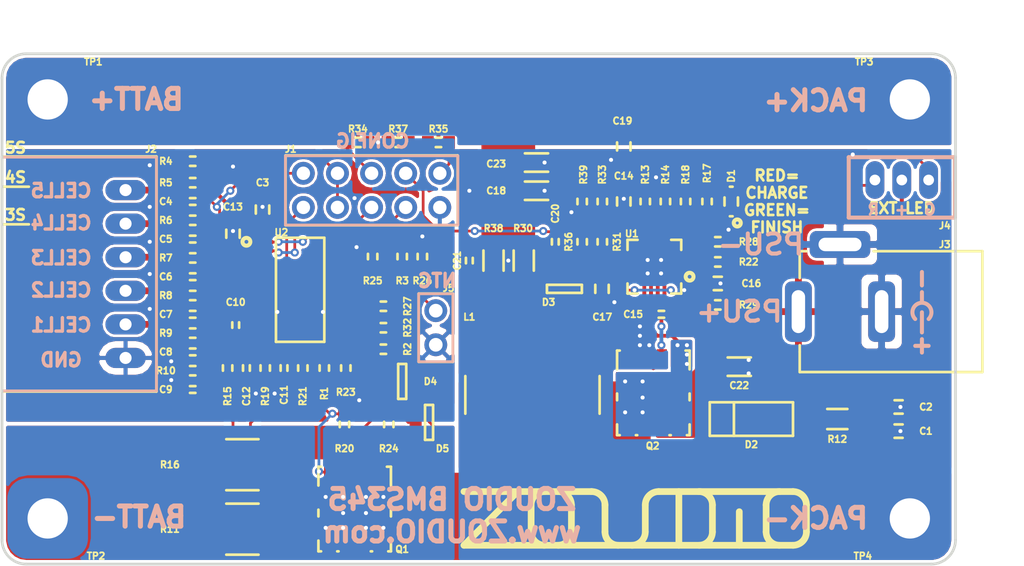
<source format=kicad_pcb>
(kicad_pcb (version 20241229) (generator "pcbnew") (generator_version "9.0")
  (layers (0 "F.Cu" signal) (2 "B.Cu" signal) (13 "F.Paste" user) (15 "B.Paste" user) (5 "F.SilkS" user) (7 "B.SilkS" user) (1 "F.Mask" user) (3 "B.Mask" user) (25 "Edge.Cuts" user))
  (net 0 "")
  (net 1 "Net-(C3-Pad1)")
  (net 2 "/AVDD")
  (net 3 "Net-(C6-Pad2)")
  (net 4 "Net-(C7-Pad2)")
  (net 5 "Net-(C9-Pad2)")
  (net 6 "GND")
  (net 7 "Net-(C10-Pad2)")
  (net 8 "Net-(C10-Pad1)")
  (net 9 "Net-(R21-Pad2)")
  (net 10 "Net-(D4-Pad2)")
  (net 11 "Net-(U2-Pad15)")
  (net 12 "Net-(R27-Pad2)")
  (net 13 "/CCFG")
  (net 14 "Net-(U2-Pad21)")
  (net 15 "Net-(R25-Pad2)")
  (net 16 "Net-(D4-Pad1)")
  (net 17 "Net-(Q1-Pad3)")
  (net 18 "/PACK+")
  (net 19 "Net-(Q1-Pad2)")
  (net 20 "Net-(Q1-Pad4)")
  (net 21 "Net-(R2-Pad2)")
  (net 22 "Net-(R1-Pad2)")
  (net 23 "Net-(J2-Pad4)")
  (net 24 "Net-(J2-Pad5)")
  (net 25 "Net-(J2-Pad3)")
  (net 26 "Net-(J2-Pad2)")
  (net 27 "Net-(R3-Pad2)")
  (net 28 "Net-(J2-Pad6)")
  (net 29 "Net-(C15-Pad2)")
  (net 30 "Net-(C17-Pad1)")
  (net 31 "Net-(C15-Pad1)")
  (net 32 "Net-(Q2-Pad3)")
  (net 33 "Net-(Q2-Pad1)")
  (net 34 "+24V")
  (net 35 "Net-(C1-Pad2)")
  (net 36 "Net-(C16-Pad1)")
  (net 37 "Net-(R22-Pad1)")
  (net 38 "/TS")
  (net 39 "/VREF")
  (net 40 "Net-(D1-Pad4)")
  (net 41 "Net-(C21-Pad1)")
  (net 42 "Net-(J1-Pad1)")
  (net 43 "Net-(J1-Pad5)")
  (net 44 "Net-(R17-Pad1)")
  (net 45 "Net-(R18-Pad1)")
  (net 46 "/VFB")
  (net 47 "/VC5")
  (net 48 "/VC4")
  (net 49 "/VC3")
  (net 50 "GNDPWR")
  (net 51 "Net-(D1-Pad2)")
  (net 52 "Net-(C22-Pad1)")
  (net 53 "Net-(R35-Pad2)")
  (net 54 "/BATT-")
  (net 55 "Net-(R33-Pad1)")
  (net 56 "Net-(J5-Pad1)")
  (footprint "RENDER:ZOUDIO25mm" (layer "F.Cu") (at 161.4 92.6)
    (property "Reference" "Logo1" (hide yes))
    (property "Value" "ZOUDIO" (hide yes))
  )
  (footprint "RENDER:R1206" (layer "F.Cu") (at 151.6 73.4 90)
    (property "Reference" "R38")
    (property "Value" "39m" (hide yes))
  )
  (footprint "RENDER:SOT-23Z" (layer "F.Cu") (at 146.8 85.45 180)
    (property "Reference" "D5")
    (property "Value" "10V" (hide yes))
  )
  (footprint "RENDER:R0603" (layer "F.Cu") (at 129.2 67.6 180)
    (property "Reference" "R5")
    (property "Value" "1K")
  )
  (footprint "RENDER:R0603" (layer "F.Cu") (at 129.2 70.4 180)
    (property "Reference" "R6")
    (property "Value" "1K")
  )
  (footprint "RENDER:TSSOP-24" (layer "F.Cu") (at 137.2 75.6)
    (property "Reference" "U2")
    (property "Value" "BQ77915" (hide yes))
  )
  (footprint "RENDER:R0603" (layer "F.Cu") (at 129.2 73.2 180)
    (property "Reference" "R7")
    (property "Value" "1K")
  )
  (footprint "RENDER:R0603" (layer "F.Cu") (at 129.2 66 180)
    (property "Reference" "R4")
    (property "Value" "1K")
  )
  (footprint "RENDER:SRN1060" (layer "F.Cu") (at 154.5 83.4 90)
    (property "Reference" "L1")
    (property "Value" "10u" (hide yes))
  )
  (footprint "RENDER:SOD-128" (layer "F.Cu") (at 170.8 85.2)
    (property "Reference" "D2")
    (property "Value" "Schottky" (hide yes))
  )
  (footprint "RENDER:C0603" (layer "F.Cu") (at 129.2 83)
    (property "Reference" "C9")
    (property "Value" "100n" (hide yes))
  )
  (footprint "RENDER:C0603" (layer "F.Cu") (at 133.2 81.4 -90)
    (property "Reference" "C12")
    (property "Value" "100n" (hide yes))
  )
  (footprint "RENDER:R0603" (layer "F.Cu") (at 129.2 81.6 180)
    (property "Reference" "R10")
    (property "Value" "1K")
  )
  (footprint "RENDER:R0603" (layer "F.Cu") (at 131.8 81.4 90)
    (property "Reference" "R15")
    (property "Value" "100R")
  )
  (footprint "RENDER:C0603" (layer "F.Cu") (at 129.2 71.8 180)
    (property "Reference" "C5")
    (property "Value" "100n" (hide yes))
  )
  (footprint "RENDER:C0603" (layer "F.Cu") (at 129.2 77.4 180)
    (property "Reference" "C7")
    (property "Value" "100n" (hide yes))
  )
  (footprint "RENDER:R0603" (layer "F.Cu") (at 140.6 81.4 90)
    (property "Reference" "R23")
    (property "Value" "1M")
  )
  (footprint "RENDER:R0603" (layer "F.Cu") (at 143.4 76.8 180)
    (property "Reference" "R27")
    (property "Value" "100k")
  )
  (footprint "RENDER:R0603" (layer "F.Cu") (at 134.6 81.4 90)
    (property "Reference" "R19")
    (property "Value" "100R")
  )
  (footprint "RENDER:R0603" (layer "F.Cu") (at 143.4 80 180)
    (property "Reference" "R2")
    (property "Value" "1M")
  )
  (footprint "RENDER:R0603" (layer "F.Cu") (at 129.2 76 180)
    (property "Reference" "R8")
    (property "Value" "1K")
  )
  (footprint "RENDER:R0603" (layer "F.Cu") (at 129.2 78.8 180)
    (property "Reference" "R9")
    (property "Value" "1K")
  )
  (footprint "RENDER:SO8FLDual" (layer "F.Cu") (at 141.26 89.15 180)
    (property "Reference" "Q1")
    (property "Value" "NMOS" (hide yes))
  )
  (footprint "RENDER:C0603" (layer "F.Cu") (at 129.2 74.6 180)
    (property "Reference" "C6")
    (property "Value" "100n" (hide yes))
  )
  (footprint "RENDER:C0603" (layer "F.Cu") (at 132.4 78.2 90)
    (property "Reference" "C10")
    (property "Value" "100n" (hide yes))
  )
  (footprint "RENDER:R2512SNS" (layer "F.Cu") (at 132.9 88.6 180)
    (property "Reference" "R16")
    (property "Value" "8m" (hide yes))
  )
  (footprint "RENDER:R0603" (layer "F.Cu") (at 146.3 73.1 -90)
    (property "Reference" "R26")
    (property "Value" "10k")
  )
  (footprint "RENDER:R0603" (layer "F.Cu") (at 143.8 85.6 90)
    (property "Reference" "R24")
    (property "Value" "3M3")
  )
  (footprint "RENDER:R0603" (layer "F.Cu") (at 137.4 81.4 90)
    (property "Reference" "R21")
    (property "Value" "10k")
  )
  (footprint "RENDER:C0603" (layer "F.Cu") (at 129.2 69 180)
    (property "Reference" "C4")
    (property "Value" "100n" (hide yes))
  )
  (footprint "RENDER:R0603" (layer "F.Cu") (at 140.5 85.6 90)
    (property "Reference" "R20")
    (property "Value" "1M")
  )
  (footprint "RENDER:R0603" (layer "F.Cu") (at 168.3 72 180)
    (property "Reference" "R28")
    (property "Value" "75K")
  )
  (footprint "RENDER:Pad_6mm" (layer "F.Cu") (at 118.4 92.6)
    (property "Reference" "TP2")
    (property "Value" "BATT-" (hide yes))
  )
  (footprint "RENDER:Pad_6mm" (layer "F.Cu") (at 118.4 61.4)
    (property "Reference" "TP1")
    (property "Value" "BATT+" (hide yes))
  )
  (footprint "RENDER:R0603" (layer "F.Cu") (at 144.8 73.1 90)
    (property "Reference" "R3")
    (property "Value" "10k")
  )
  (footprint "RENDER:R0603" (layer "F.Cu") (at 142.6 73.1 -90)
    (property "Reference" "R25")
    (property "Value" "10k")
  )
  (footprint "RENDER:JSTXH_S6B" (layer "F.Cu") (at 124.2 74.4 90)
    (property "Reference" "J2")
    (property "Value" "BATT" (hide yes))
  )
  (footprint "RENDER:SOT-23Z" (layer "F.Cu") (at 156.877228 75.504922 -90)
    (property "Reference" "D3")
    (property "Value" "Schottky" (hide yes))
  )
  (footprint "RENDER:R0603" (layer "F.Cu") (at 168.3 76.7)
    (property "Reference" "R29")
    (property "Value" "10R")
  )
  (footprint "RENDER:R0603" (layer "F.Cu") (at 159.7 72 -90)
    (property "Reference" "R31")
    (property "Value" "1M")
  )
  (footprint "RENDER:SO8FLDual" (layer "F.Cu") (at 163.5 80.5 180)
    (property "Reference" "Q2")
    (property "Value" "NMOS" (hide yes))
  )
  (footprint "RENDER:R0603" (layer "F.Cu") (at 159.7 69 -90)
    (property "Reference" "R33")
    (property "Value" "100k")
  )
  (footprint "RENDER:R0603" (layer "F.Cu") (at 162.9 69 90)
    (property "Reference" "R13")
    (property "Value" "10K")
  )
  (footprint "RENDER:R0603" (layer "F.Cu") (at 164.4 69 -90)
    (property "Reference" "R14")
    (property "Value" "10K")
  )
  (footprint "RENDER:R0603" (layer "F.Cu") (at 165.9 69 90)
    (property "Reference" "R18")
    (property "Value" "10k")
  )
  (footprint "RENDER:R0603" (layer "F.Cu") (at 168.3 73.5)
    (property "Reference" "R22")
    (property "Value" "1M")
  )
  (footprint "RENDER:C0805" (layer "F.Cu") (at 161.3 69 -90)
    (property "Reference" "C14")
    (property "Value" "1u" (hide yes))
  )
  (footprint "RENDER:C0805" (layer "F.Cu") (at 181.763069 84.3 180)
    (property "Reference" "C2")
    (property "Value" "1u" (hide yes))
  )
  (footprint "RENDER:C0805" (layer "F.Cu") (at 181.763069 86.1 180)
    (property "Reference" "C1")
    (property "Value" "1u" (hide yes))
  )
  (footprint "RENDER:R0603" (layer "F.Cu") (at 147.5 64.6 180)
    (property "Reference" "R35")
    (property "Value" "249k")
  )
  (footprint "RENDER:DC_Jack" (layer "F.Cu") (at 177.4 77.2)
    (property "Reference" "J3")
    (property "Value" "DC Jack" (hide yes))
  )
  (footprint "RENDER:R1206" (layer "F.Cu") (at 153.85 73.4 90)
    (property "Reference" "R30")
    (property "Value" "39m" (hide yes))
  )
  (footprint "RENDER:Pad_6mm" (layer "F.Cu") (at 182.6 61.4)
    (property "Reference" "TP3")
    (property "Value" "PACK+" (hide yes))
  )
  (footprint "RENDER:Pad_6mm" (layer "F.Cu") (at 182.6 92.6)
    (property "Reference" "TP4")
    (property "Value" "PACK-" (hide yes))
  )
  (footprint "RENDER:R0603" (layer "F.Cu") (at 144.5 64.6 180)
    (property "Reference" "R37")
    (property "Value" "249k")
  )
  (footprint "RENDER:C0805" (layer "F.Cu") (at 159.677228 75.504922 -90)
    (property "Reference" "C17")
    (property "Value" "1u" (hide yes))
  )
  (footprint "RENDER:R0603" (layer "F.Cu") (at 167.5 69 90)
    (property "Reference" "R17")
    (property "Value" "10k")
  )
  (footprint "RENDER:C0603" (layer "F.Cu") (at 164.1 77.4 180)
    (property "Reference" "C15")
    (property "Value" "100n" (hide yes))
  )
  (footprint "RENDER:QFN16" (layer "F.Cu") (at 163.577228 73.854922 180)
    (property "Reference" "U1")
    (property "Value" "BQ24650")
  )
  (footprint "RENDER:KingBright_KPTB" (layer "F.Cu") (at 169.3 69 -90)
    (property "Reference" "D1")
    (property "Value" "RED/GREEN" (hide yes))
  )
  (footprint "RENDER:C0603" (layer "F.Cu") (at 149.8 73.4 90)
    (property "Reference" "C21")
    (property "Value" "100n" (hide yes))
  )
  (footprint "RENDER:C1206" (layer "F.Cu") (at 169.9 81.3)
    (property "Reference" "C22")
    (property "Value" "10u" (hide yes))
  )
  (footprint "RENDER:C1206" (layer "F.Cu") (at 154.8 66.1)
    (property "Reference" "C23")
    (property "Value" "10u" (hide yes))
  )
  (footprint "RENDER:C1206" (layer "F.Cu") (at 154.8 68.2)
    (property "Reference" "C18")
    (property "Value" "10u" (hide yes))
  )
  (footprint "RENDER:JSTPH_3P" (layer "F.Cu") (at 182 67.4 180)
    (property "Reference" "J4")
    (property "Value" "EXTLED" (hide yes))
  )
  (footprint "RENDER:R0603" (layer "F.Cu") (at 158.2 69 90)
    (property "Reference" "R39")
    (property "Value" "100k")
  )
  (footprint "RENDER:C0805" (layer "F.Cu") (at 161.3 64.9 90)
    (property "Reference" "C19")
    (property "Value" "1u" (hide yes))
  )
  (footprint "RENDER:R1206" (layer "F.Cu") (at 177.2 85.2 180)
    (property "Reference" "R12")
    (property "Value" "2R" (hide yes))
  )
  (footprint "RENDER:2P_2.54mm_header" (layer "F.Cu") (at 147.3 78.4 -90)
    (property "Reference" "J5")
    (property "Value" "NTC")
  )
  (footprint "RENDER:C0603" (layer "F.Cu") (at 129.2 80.2 180)
    (property "Reference" "C8")
    (property "Value" "100n" (hide yes))
  )
  (footprint "RENDER:R0603" (layer "F.Cu") (at 139 81.4 90)
    (property "Reference" "R1")
    (property "Value" "10k")
  )
  (footprint "RENDER:C0603" (layer "F.Cu") (at 136 81.4 90)
    (property "Reference" "C11")
    (property "Value" "100n" (hide yes))
  )
  (footprint "RENDER:R0603" (layer "F.Cu") (at 143.4 78.4 180)
    (property "Reference" "R32")
    (property "Value" "1M")
  )
  (footprint "RENDER:C0805" (layer "F.Cu") (at 168.3 75.104922)
    (property "Reference" "C16")
    (property "Value" "1u" (hide yes))
  )
  (footprint "RENDER:R2512SNS" (layer "F.Cu") (at 132.9 93.4 180)
    (property "Reference" "R11")
    (property "Value" "8m" (hide yes))
  )
  (footprint "RENDER:R0603" (layer "F.Cu") (at 141.5 64.6)
    (property "Reference" "R34")
    (property "Value" "249k")
  )
  (footprint "RENDER:PinHeader_2x05_P2.54mm_Vertical" (layer "F.Cu") (at 147.6 66.9 -90)
    (property "Reference" "J1")
    (property "Value" "CONFIG")
  )
  (footprint "RENDER:C0805" (layer "F.Cu") (at 134.4 69.6 90)
    (property "Reference" "C3")
    (property "Value" "1u")
  )
  (footprint "RENDER:C0805" (layer "F.Cu") (at 132.2 71.4 90)
    (property "Reference" "C13")
    (property "Value" "1u")
  )
  (footprint "RENDER:R0603" (layer "F.Cu") (at 158.2 72 -90)
    (property "Reference" "R36")
    (property "Value" "33M")
  )
  (footprint "RENDER:C0603" (layer "F.Cu") (at 156.2 72 90)
    (property "Reference" "C20")
    (property "Value" "18p" (hide yes))
  )
  (footprint "RENDER:SOT-23Z" (layer "F.Cu") (at 144.8 82.4)
    (property "Reference" "D4")
    (property "Value" "Schottky" (hide yes))
  )
  (gr_circle (center 166.2 74.6) (end 166.1 74.7) (stroke (width 0.3)) (fill no) (layer "F.SilkS"))
  (gr_line (start 115 67.9) (end 117 67.9) (stroke (width 0.2)) (layer "F.SilkS"))
  (gr_line (start 115 70.7) (end 117 70.7) (stroke (width 0.2)) (layer "F.SilkS"))
  (gr_circle (center 133.2 72) (end 133.1 72.1) (stroke (width 0.3)) (fill no) (layer "F.SilkS"))
  (gr_circle (center 169.75 70.6) (end 169.8 70.7) (stroke (width 0.3)) (fill no) (layer "F.SilkS"))
  (gr_line (start 183.5 75.75) (end 183.5 76.5) (stroke (width 0.3)) (layer "B.SilkS"))
  (gr_line (start 183.5 80.25) (end 183.5 79.25) (stroke (width 0.3)) (layer "B.SilkS"))
  (gr_line (start 184 79.75) (end 183 79.75) (stroke (width 0.3)) (layer "B.SilkS"))
  (gr_line (start 148.95 70.75) (end 136.1 70.75) (stroke (width 0.2)) (layer "B.SilkS"))
  (gr_line (start 136.1 65.6) (end 148.95 65.6) (stroke (width 0.2)) (layer "B.SilkS"))
  (gr_line (start 136.1 70.75) (end 136.1 65.6) (stroke (width 0.2)) (layer "B.SilkS"))
  (gr_line (start 148.95 65.6) (end 148.95 70.75) (stroke (width 0.2)) (layer "B.SilkS"))
  (gr_line (start 146.025 80.925) (end 148.575 80.925) (stroke (width 0.2)) (layer "B.SilkS"))
  (gr_line (start 126.5 83.1) (end 115 83.1) (stroke (width 0.2)) (layer "B.SilkS"))
  (gr_line (start 148.575 80.925) (end 148.575 75.875) (stroke (width 0.2)) (layer "B.SilkS"))
  (gr_line (start 146.025 75.875) (end 148.575 75.875) (stroke (width 0.2)) (layer "B.SilkS"))
  (gr_line (start 146.025 75.875) (end 146.025 80.925) (stroke (width 0.2)) (layer "B.SilkS"))
  (gr_line (start 178.05 65.7) (end 185.95 65.7) (stroke (width 0.3)) (layer "B.SilkS"))
  (gr_line (start 178.05 70.2) (end 178.05 65.7) (stroke (width 0.3)) (layer "B.SilkS"))
  (gr_line (start 185.95 65.7) (end 185.95 70.2) (stroke (width 0.3)) (layer "B.SilkS"))
  (gr_line (start 183.5 75.25) (end 183.5 74.25) (stroke (width 0.3)) (layer "B.SilkS"))
  (gr_arc (start 183.000001 77.749999) (mid 183.5 76.542895) (end 183.999999 77.749999) (stroke (width 0.3)) (layer "B.SilkS"))
  (gr_line (start 126.5 65.7) (end 115 65.7) (stroke (width 0.2)) (layer "B.SilkS"))
  (gr_line (start 183.5 77.25) (end 183.5 78.75) (stroke (width 0.3)) (layer "B.SilkS"))
  (gr_line (start 185.95 70.2) (end 178.05 70.2) (stroke (width 0.3)) (layer "B.SilkS"))
  (gr_line (start 126.5 83.1) (end 126.5 65.7) (stroke (width 0.2)) (layer "B.SilkS"))
  (gr_line (start 184.2 58) (end 116.8 58) (stroke (width 0.2)) (layer "Edge.Cuts"))
  (gr_arc (start 184.2 58) (mid 185.472792 58.527208) (end 186 59.8) (stroke (width 0.2)) (layer "Edge.Cuts"))
  (gr_arc (start 186 94.2) (mid 185.472792 95.472792) (end 184.2 96) (stroke (width 0.2)) (layer "Edge.Cuts"))
  (gr_line (start 186 59.8) (end 186 94.2) (stroke (width 0.2)) (layer "Edge.Cuts"))
  (gr_line (start 184.2 96) (end 116.8 96) (stroke (width 0.2)) (layer "Edge.Cuts"))
  (gr_arc (start 116.8 96) (mid 115.527208 95.472792) (end 115 94.2) (stroke (width 0.2)) (layer "Edge.Cuts"))
  (gr_line (start 115 59.8) (end 115 94.2) (stroke (width 0.2)) (layer "Edge.Cuts"))
  (gr_arc (start 115 59.8) (mid 115.527208 58.527208) (end 116.8 58) (stroke (width 0.2)) (layer "Edge.Cuts"))
  (gr_text "4S" (at 116 67.2 0) (layer "F.SilkS") (effects (font (size 0.8 0.8) (thickness 0.2))))
  (gr_text "3S" (at 116 70 0) (layer "F.SilkS") (effects (font (size 0.8 0.8) (thickness 0.2))))
  (gr_text "RED=\nCHARGE\nGREEN=\nFINISH" (at 172.7 69 0) (layer "F.SilkS") (effects (font (size 0.8 0.8) (thickness 0.2))))
  (gr_text "EXT LED" (at 182 69.5 0) (layer "F.SilkS") (effects (font (size 0.8 0.8) (thickness 0.2))))
  (gr_text "5S" (at 116 65 0) (layer "F.SilkS") (effects (font (size 0.8 0.8) (thickness 0.2))))
  (gr_text "PACK-" (at 175.6 92.6 0) (layer "B.SilkS") (effects (font (size 1.5 1.5) (thickness 0.375)) (justify mirror)))
  (gr_text "CELL2" (at 119.4 75.6 0) (layer "B.SilkS") (effects (font (size 1 1) (thickness 0.25)) (justify mirror)))
  (gr_text "GND" (at 119.4 80.8 0) (layer "B.SilkS") (effects (font (size 1 1) (thickness 0.25)) (justify mirror)))
  (gr_text "CELL5" (at 119.4 68.2 0) (layer "B.SilkS") (effects (font (size 1 1) (thickness 0.25)) (justify mirror)))
  (gr_text "ZOUDIO BMS345\nwww.ZOUDIO.com" (at 148.5 92.4 0) (layer "B.SilkS") (effects (font (size 1.5 1.5) (thickness 0.375)) (justify mirror)))
  (gr_text "CELL1" (at 119.4 78.2 0) (layer "B.SilkS") (effects (font (size 1 1) (thickness 0.25)) (justify mirror)))
  (gr_text "PACK+" (at 175.6 61.5 0) (layer "B.SilkS") (effects (font (size 1.5 1.5) (thickness 0.375)) (justify mirror)))
  (gr_text "BATT-" (at 125.2 92.5 0) (layer "B.SilkS") (effects (font (size 1.5 1.5) (thickness 0.375)) (justify mirror)))
  (gr_text "CELL4" (at 119.4 70.6 0) (layer "B.SilkS") (effects (font (size 1 1) (thickness 0.25)) (justify mirror)))
  (gr_text "CELL3" (at 119.4 73.2 0) (layer "B.SilkS") (effects (font (size 1 1) (thickness 0.25)) (justify mirror)))
  (gr_text "PSU+" (at 169.9 77.2 0) (layer "B.SilkS") (effects (font (size 1.5 1.5) (thickness 0.3)) (justify mirror)))
  (gr_text "CONFIG" (at 142.6 64.5 0) (layer "B.SilkS") (effects (font (size 1 1) (thickness 0.25)) (justify mirror)))
  (gr_text "G  +  R" (at 182 69.6 0) (layer "B.SilkS") (effects (font (size 0.8 0.8) (thickness 0.2)) (justify mirror)))
  (gr_text "NTC" (at 147.4 74.9 0) (layer "B.SilkS") (effects (font (size 1 1) (thickness 0.25)) (justify mirror)))
  (gr_text "BATT+" (at 125 61.4 0) (layer "B.SilkS") (effects (font (size 1.5 1.5) (thickness 0.375)) (justify mirror)))
  (gr_text "PSU-" (at 171.5 72.2 0) (layer "B.SilkS") (effects (font (size 1.5 1.5) (thickness 0.3)) (justify mirror)))
  (segment (start 134.45 70.6) (end 134.45 71.975) (width 0.3) (layer "F.Cu") (net 1))
  (segment (start 131.8 69.2) (end 133 69.2) (width 0.3) (layer "F.Cu") (net 1))
  (segment (start 129.9875 66) (end 130.6 66) (width 0.3) (layer "F.Cu") (net 1))
  (segment (start 131 66.4) (end 131 68.4) (width 0.3) (layer "F.Cu") (net 1))
  (segment (start 134.4 72.025) (end 135.575 72.025) (width 0.2032) (layer "F.Cu") (net 1))
  (segment (start 134.45 71.975) (end 134.4 72.025) (width 0.2032) (layer "F.Cu") (net 1))
  (segment (start 133 69.2) (end 134.4 70.6) (width 0.3) (layer "F.Cu") (net 1))
  (segment (start 135.575 72.025) (end 135.6 72) (width 0.2032) (layer "F.Cu") (net 1))
  (segment (start 130.6 66) (end 131 66.4) (width 0.3) (layer "F.Cu") (net 1))
  (segment (start 131 68.4) (end 131.8 69.2) (width 0.3) (layer "F.Cu") (net 1))
  (segment (start 129.9875 66) (end 130.2 66) (width 0.3) (layer "F.Cu") (net 1))
  (segment (start 137.9 71.5) (end 137.4 72) (width 0.2032) (layer "F.Cu") (net 1))
  (segment (start 142.6 72.6125) (end 142.6 71.9) (width 0.2032) (layer "F.Cu") (net 1))
  (segment (start 142.2 71.5) (end 137.9 71.5) (width 0.2032) (layer "F.Cu") (net 1))
  (segment (start 142.6 71.9) (end 142.2 71.5) (width 0.2032) (layer "F.Cu") (net 1))
  (via (at 135.6 72) (size 0.6) (drill 0.3) (layers "F.Cu" "B.Cu") (net 1))
  (via (at 137.4 72) (size 0.6) (drill 0.3) (layers "F.Cu" "B.Cu") (net 1))
  (segment (start 135.6 72) (end 137.4 72) (width 0.2032) (layer "B.Cu") (net 1))
  (segment (start 135.475 72.675) (end 134.4 72.675) (width 0.2032) (layer "F.Cu") (net 2))
  (segment (start 140.66 70.7) (end 141.26 70.7) (width 0.2032) (layer "F.Cu") (net 2))
  (segment (start 141.26 70.7) (end 142.52 69.44) (width 0.2032) (layer "F.Cu") (net 2))
  (segment (start 136.8 71.6) (end 137.7 70.7) (width 0.2032) (layer "F.Cu") (net 2))
  (segment (start 136.8 72.8) (end 136.8 71.6) (width 0.2032) (layer "F.Cu") (net 2))
  (segment (start 137.7 70.7) (end 140.66 70.7) (width 0.2032) (layer "F.Cu") (net 2))
  (segment (start 135.6 72.8) (end 135.475 72.675) (width 0.2032) (layer "F.Cu") (net 2))
  (segment (start 134.4 72.675) (end 132.525 72.675) (width 0.2032) (layer "F.Cu") (net 2))
  (segment (start 132.525 72.675) (end 132.4 72.55) (width 0.2032) (layer "F.Cu") (net 2))
  (via (at 135.6 72.8) (size 0.6) (drill 0.3) (layers "F.Cu" "B.Cu") (net 2))
  (via (at 136.8 72.8) (size 0.6) (drill 0.3) (layers "F.Cu" "B.Cu") (net 2))
  (segment (start 136.8 72.8) (end 135.6 72.8) (width 0.2032) (layer "B.Cu") (net 2))
  (segment (start 129.9875 77.3625) (end 129.95 77.4) (width 0.2032) (layer "F.Cu") (net 3))
  (segment (start 129.9875 76) (end 129.9875 77.3625) (width 0.2032) (layer "F.Cu") (net 3))
  (segment (start 128.45 74.6) (end 128.5875 74.6) (width 0.2032) (layer "F.Cu") (net 3))
  (segment (start 128.5875 74.6) (end 129.9875 76) (width 0.2032) (layer "F.Cu") (net 3))
  (segment (start 130.6 76) (end 129.9875 76) (width 0.2032) (layer "F.Cu") (net 3))
  (segment (start 134.4 75.275) (end 131.325 75.275) (width 0.2032) (layer "F.Cu") (net 3))
  (segment (start 131.325 75.275) (end 130.6 76) (width 0.2032) (layer "F.Cu") (net 3))
  (segment (start 129.9875 80.1625) (end 129.95 80.2) (width 0.2032) (layer "F.Cu") (net 4))
  (segment (start 128.45 77.4) (end 128.5875 77.4) (width 0.2032) (layer "F.Cu") (net 4))
  (segment (start 128.5875 77.4) (end 129.9875 78.8) (width 0.2032) (layer "F.Cu") (net 4))
  (segment (start 129.9875 78.8) (end 129.9875 80.1625) (width 0.2032) (layer "F.Cu") (net 4))
  (segment (start 134.4 75.925) (end 131.475 75.925) (width 0.2032) (layer "F.Cu") (net 4))
  (segment (start 130.5 78.8) (end 129.9875 78.8) (width 0.2032) (layer "F.Cu") (net 4))
  (segment (start 130.8 76.6) (end 130.8 78.5) (width 0.2032) (layer "F.Cu") (net 4))
  (segment (start 131.475 75.925) (end 130.8 76.6) (width 0.2032) (layer "F.Cu") (net 4))
  (segment (start 130.8 78.5) (end 130.5 78.8) (width 0.2032) (layer "F.Cu") (net 4))
  (segment (start 129.9875 81.6) (end 129.9875 82.9625) (width 0.2032) (layer "F.Cu") (net 5))
  (segment (start 129.9875 82.7625) (end 129.95 82.8) (width 0.2032) (layer "F.Cu") (net 5))
  (segment (start 129.9875 82.9625) (end 129.95 83) (width 0.2032) (layer "F.Cu") (net 5))
  (segment (start 130.8 80.7875) (end 130.5875 81) (width 0.2032) (layer "F.Cu") (net 5))
  (segment (start 134.4 76.575) (end 131.625 76.575) (width 0.2032) (layer "F.Cu") (net 5))
  (segment (start 131.625 76.575) (end 131.2 77) (width 0.2032) (layer "F.Cu") (net 5))
  (segment (start 131.2 79.6) (end 130.8 80) (width 0.2032) (layer "F.Cu") (net 5))
  (segment (start 131.2 77) (end 131.2 79.6) (width 0.2032) (layer "F.Cu") (net 5))
  (segment (start 130.8 80) (end 130.8 80.7875) (width 0.2032) (layer "F.Cu") (net 5))
  (segment (start 130.5875 81) (end 129.9875 81.6) (width 0.2032) (layer "F.Cu") (net 5))
  (segment (start 140 72.675) (end 140 72.025) (width 0.2032) (layer "F.Cu") (net 6))
  (segment (start 140 77.225) (end 138.9 77.225) (width 0.2032) (layer "F.Cu") (net 6))
  (segment (start 134.4 77.225) (end 135.5 77.225) (width 0.2032) (layer "F.Cu") (net 6))
  (via (at 126 74.4) (size 0.6) (drill 0.3) (layers "F.Cu" "B.Cu") (net 6))
  (via (at 141.4 72.4) (size 0.6) (drill 0.3) (layers "F.Cu" "B.Cu") (net 6))
  (via (at 132.2 71.2) (size 0.6) (drill 0.3) (layers "F.Cu" "B.Cu") (net 6))
  (via (at 126 77) (size 0.6) (drill 0.3) (layers "F.Cu" "B.Cu") (net 6))
  (via (at 134.4 69.4) (size 0.6) (drill 0.3) (layers "F.Cu" "B.Cu") (net 6))
  (via (at 126 66.3) (size 0.6) (drill 0.3) (layers "F.Cu" "B.Cu") (net 6))
  (via (at 133.9 83.3) (size 0.6) (drill 0.3) (layers "F.Cu" "B.Cu") (net 6))
  (via (at 135.3 83.3) (size 0.6) (drill 0.3) (layers "F.Cu" "B.Cu") (net 6))
  (via (at 135.5 77.225) (size 0.6) (drill 0.3) (layers "F.Cu" "B.Cu") (net 6))
  (via (at 132.2 66.4) (size 0.6) (drill 0.3) (layers "F.Cu" "B.Cu") (net 6))
  (via (at 126 72) (size 0.6) (drill 0.3) (layers "F.Cu" "B.Cu") (net 6))
  (via (at 138.9 77.225) (size 0.6) (drill 0.3) (layers "F.Cu" "B.Cu") (net 6))
  (via (at 126 69.4) (size 0.6) (drill 0.3) (layers "F.Cu" "B.Cu") (net 6))
  (via (at 146.3 71.6) (size 0.6) (drill 0.3) (layers "F.Cu" "B.Cu") (net 6))
  (via (at 127.6 82.3) (size 0.6) (drill 0.3) (layers "F.Cu" "B.Cu") (net 6))
  (via (at 141.6 83.8) (size 0.6) (drill 0.3) (layers "F.Cu" "B.Cu") (net 6))
  (via (at 141.25 68.75) (size 0.6) (drill 0.3) (layers "F.Cu" "B.Cu") (net 6))
  (via (at 127.6 80.9) (size 0.6) (drill 0.3) (layers "F.Cu" "B.Cu") (net 6))
  (segment (start 131.95 77.45) (end 132.4 77.45) (width 0.2032) (layer "F.Cu") (net 7))
  (segment (start 133.375 77.875) (end 132.95 77.45) (width 0.2032) (layer "F.Cu") (net 7))
  (segment (start 132.95 77.45) (end 132.4 77.45) (width 0.2032) (layer "F.Cu") (net 7))
  (segment (start 134.4 77.875) (end 133.375 77.875) (width 0.2032) (layer "F.Cu") (net 7))
  (segment (start 131.8 80.6125) (end 133.1625 80.6125) (width 0.2032) (layer "F.Cu") (net 7))
  (segment (start 133.1625 80.6125) (end 133.2 80.65) (width 0.2032) (layer "F.Cu") (net 7))
  (segment (start 131.6375 80.6125) (end 131.6 80.65) (width 0.2032) (layer "F.Cu") (net 7))
  (segment (start 131.8 79.8) (end 131.6 79.6) (width 0.2032) (layer "F.Cu") (net 7))
  (segment (start 131.6 77.8) (end 131.95 77.45) (width 0.2032) (layer "F.Cu") (net 7))
  (segment (start 131.8 80.6125) (end 131.8 79.8) (width 0.2032) (layer "F.Cu") (net 7))
  (segment (start 131.6 79.6) (end 131.6 77.8) (width 0.2032) (layer "F.Cu") (net 7))
  (segment (start 135.9625 80.6125) (end 136 80.65) (width 0.2032) (layer "F.Cu") (net 8))
  (segment (start 134.4 78.525) (end 133.375 78.525) (width 0.2032) (layer "F.Cu") (net 8))
  (segment (start 133.375 78.525) (end 132.95 78.95) (width 0.2032) (layer "F.Cu") (net 8))
  (segment (start 134.6 80.6125) (end 135.9625 80.6125) (width 0.2032) (layer "F.Cu") (net 8))
  (segment (start 132.95 78.95) (end 132.4 78.95) (width 0.2032) (layer "F.Cu") (net 8))
  (segment (start 134.4 79.8) (end 134.6 80) (width 0.2032) (layer "F.Cu") (net 8))
  (segment (start 132.4 79.5) (end 132.7 79.8) (width 0.2032) (layer "F.Cu") (net 8))
  (segment (start 132.7 79.8) (end 134.4 79.8) (width 0.2032) (layer "F.Cu") (net 8))
  (segment (start 132.4 78.95) (end 132.4 79.5) (width 0.2032) (layer "F.Cu") (net 8))
  (segment (start 134.6 80) (end 134.6 80.6125) (width 0.2032) (layer "F.Cu") (net 8))
  (segment (start 134.4 79.175) (end 136.575 79.175) (width 0.2032) (layer "F.Cu") (net 9))
  (segment (start 136.575 79.175) (end 137.4 80) (width 0.2032) (layer "F.Cu") (net 9))
  (segment (start 137.4 80) (end 137.4 80.6125) (width 0.2032) (layer "F.Cu") (net 9))
  (segment (start 142.35 81.45) (end 141.5125 80.6125) (width 0.2032) (layer "F.Cu") (net 10))
  (segment (start 143.8 81.45) (end 142.35 81.45) (width 0.2032) (layer "F.Cu") (net 10))
  (segment (start 141.5125 80.6125) (end 140.6 80.6125) (width 0.2032) (layer "F.Cu") (net 10))
  (segment (start 139.025 82.1875) (end 140.6 80.6125) (width 0.2032) (layer "F.Cu") (net 10))
  (segment (start 139 82.1875) (end 139.025 82.1875) (width 0.2032) (layer "F.Cu") (net 10))
  (segment (start 141.275 76.575) (end 141.5 76.8) (width 0.2032) (layer "F.Cu") (net 12))
  (segment (start 141.5 76.8) (end 142.6125 76.8) (width 0.2032) (layer "F.Cu") (net 12))
  (segment (start 140 76.575) (end 141.275 76.575) (width 0.2032) (layer "F.Cu") (net 12))
  (segment (start 141.3 74.8) (end 143.2 74.8) (width 0.2032) (layer "F.Cu") (net 13))
  (segment (start 143.5 71) (end 145.06 69.44) (width 0.2032) (layer "F.Cu") (net 13))
  (segment (start 143.2 74.8) (end 143.5 74.5) (width 0.2032) (layer "F.Cu") (net 13))
  (segment (start 140 74.625) (end 141.125 74.625) (width 0.2032) (layer "F.Cu") (net 13))
  (segment (start 141.125 74.625) (end 141.3 74.8) (width 0.2032) (layer "F.Cu") (net 13))
  (segment (start 143.5 74.5) (end 143.5 71) (width 0.2032) (layer "F.Cu") (net 13))
  (segment (start 140 73.325) (end 141.125 73.325) (width 0.2032) (layer "F.Cu") (net 15))
  (segment (start 141.6875 73.8875) (end 142.6 73.8875) (width 0.2032) (layer "F.Cu") (net 15))
  (segment (start 141.125 73.325) (end 141.6875 73.8875) (width 0.2032) (layer "F.Cu") (net 15))
  (segment (start 141.895 89.15) (end 141.975 89.07) (width 0.2032) (layer "F.Cu") (net 16))
  (segment (start 143.8 84.8125) (end 144.6125 84.8125) (width 0.2032) (layer "F.Cu") (net 16))
  (segment (start 141.895 86.2) (end 141.895 85.905) (width 0.2032) (layer "F.Cu") (net 16))
  (segment (start 145.25 85.45) (end 145.8 85.45) (width 0.2032) (layer "F.Cu") (net 16))
  (segment (start 141.2 82.1875) (end 140.6 82.1875) (width 0.2032) (layer "F.Cu") (net 16))
  (segment (start 145.8 82.4) (end 145.8 85.45) (width 0.2032) (layer "F.Cu") (net 16))
  (segment (start 141.895 85.905) (end 142.9875 84.8125) (width 0.2032) (layer "F.Cu") (net 16))
  (segment (start 141.895 89.15) (end 141.895 86.2) (width 0.2032) (layer "F.Cu") (net 16))
  (segment (start 141.4125 82.4) (end 141.2 82.1875) (width 0.2032) (layer "F.Cu") (net 16))
  (segment (start 144.6125 84.8125) (end 145.25 85.45) (width 0.2032) (layer "F.Cu") (net 16))
  (segment (start 145.8 82.4) (end 141.4125 82.4) (width 0.2032) (layer "F.Cu") (net 16))
  (segment (start 142.9875 84.8125) (end 143.8 84.8125) (width 0.2032) (layer "F.Cu") (net 16))
  (segment (start 139.6125 84.8125) (end 140.5 84.8125) (width 0.2032) (layer "F.Cu") (net 17))
  (segment (start 139.355 89.15) (end 138.65 89.15) (width 0.2032) (layer "F.Cu") (net 17))
  (segment (start 138.65 89.15) (end 138.6 89.1) (width 0.2032) (layer "F.Cu") (net 17))
  (segment (start 139.6 84.8) (end 139.6125 84.8125) (width 0.2032) (layer "F.Cu") (net 17))
  (segment (start 137.4 82.1875) (end 137.4 82.4) (width 0.2032) (layer "F.Cu") (net 17))
  (segment (start 137.4 82.8) (end 139.4 84.8) (width 0.2032) (layer "F.Cu") (net 17))
  (segment (start 137.4 82.1875) (end 137.4 82.8) (width 0.2032) (layer "F.Cu") (net 17))
  (segment (start 139.4 84.8) (end 139.6 84.8) (width 0.2032) (layer "F.Cu") (net 17))
  (via (at 138.6 89.1) (size 0.6) (drill 0.3) (layers "F.Cu" "B.Cu") (net 17))
  (via (at 139.6 84.8) (size 0.6) (drill 0.3) (layers "F.Cu" "B.Cu") (net 17))
  (segment (start 138.6 85.8) (end 139.6 84.8) (width 0.2032) (layer "B.Cu") (net 17))
  (segment (start 138.6 89.1) (end 138.6 85.8) (width 0.2032) (layer "B.Cu") (net 17))
  (segment (start 150.5 71.95) (end 149.8 72.65) (width 0.2032) (layer "F.Cu") (net 18))
  (segment (start 151.6 71.95) (end 150.5 71.95) (width 0.2032) (layer "F.Cu") (net 18))
  (segment (start 153.85 72.65) (end 153.85 71.95) (width 0.2032) (layer "F.Cu") (net 18))
  (segment (start 161.827228 73.104922) (end 160.904922 73.104922) (width 0.2032) (layer "F.Cu") (net 18))
  (segment (start 154.4 73.2) (end 153.85 72.65) (width 0.2032) (layer "F.Cu") (net 18))
  (segment (start 160.904922 73.104922) (end 160.5875 72.7875) (width 0.2032) (layer "F.Cu") (net 18))
  (segment (start 160.5875 72.7875) (end 159.7 72.7875) (width 0.2032) (layer "F.Cu") (net 18))
  (segment (start 158.2 72.7875) (end 156.8375 72.7875) (width 0.2032) (layer "F.Cu") (net 18))
  (segment (start 159.6625 72.75) (end 159.7 72.7875) (width 0.2032) (layer "F.Cu") (net 18))
  (segment (start 158.4 72.75) (end 159.6625 72.75) (width 0.2032) (layer "F.Cu") (net 18))
  (segment (start 155.2 73.2) (end 155.65 72.75) (width 0.2032) (layer "F.Cu") (net 18))
  (segment (start 155.65 72.75) (end 156.2 72.75) (width 0.2032) (layer "F.Cu") (net 18))
  (segment (start 156.8375 72.7875) (end 156.2375 72.7875) (width 0.2032) (layer "F.Cu") (net 18))
  (segment (start 156.2375 72.7875) (end 156.2 72.75) (width 0.2032) (layer "F.Cu") (net 18))
  (segment (start 154.4 73.2) (end 155.2 73.2) (width 0.2032) (layer "F.Cu") (net 18))
  (segment (start 134.6 84.2) (end 134.6 82.1875) (width 0.2032) (layer "F.Cu") (net 19))
  (segment (start 133.9 88.6) (end 133.5 88.2) (width 0.2032) (layer "F.Cu") (net 19))
  (segment (start 135.8 88.6) (end 133.9 88.6) (width 0.2032) (layer "F.Cu") (net 19))
  (segment (start 133.5 88.2) (end 133.5 85.5) (width 0.2032) (layer "F.Cu") (net 19))
  (segment (start 134.6 84.4) (end 134.6 84.2) (width 0.2032) (layer "F.Cu") (net 19))
  (segment (start 133.5 85.5) (end 134.6 84.4) (width 0.2032) (layer "F.Cu") (net 19))
  (via (at 142.1 92.2) (size 0.6) (drill 0.3) (layers "F.Cu" "B.Cu") (net 20))
  (via (at 140.4 93.3) (size 0.6) (drill 0.3) (layers "F.Cu" "B.Cu") (net 20))
  (via (at 143.4 93.3) (size 0.6) (drill 0.3) (layers "F.Cu" "B.Cu") (net 20))
  (via (at 139.1 93.3) (size 0.6) (drill 0.3) (layers "F.Cu" "B.Cu") (net 20))
  (via (at 139.1 91) (size 0.6) (drill 0.3) (layers "F.Cu" "B.Cu") (net 20))
  (via (at 143.4 91) (size 0.6) (drill 0.3) (layers "F.Cu" "B.Cu") (net 20))
  (via (at 142.1 93.3) (size 0.6) (drill 0.3) (layers "F.Cu" "B.Cu") (net 20))
  (via (at 140.4 91) (size 0.6) (drill 0.3) (layers "F.Cu" "B.Cu") (net 20))
  (via (at 140.4 92.2) (size 0.6) (drill 0.3) (layers "F.Cu" "B.Cu") (net 20))
  (via (at 142.1 91) (size 0.6) (drill 0.3) (layers "F.Cu" "B.Cu") (net 20))
  (segment (start 142.6125 78.4) (end 142.6125 80) (width 0.2032) (layer "F.Cu") (net 21))
  (segment (start 141.275 78.525) (end 141.4 78.4) (width 0.2032) (layer "F.Cu") (net 21))
  (segment (start 141.4 78.4) (end 142.6125 78.4) (width 0.2032) (layer "F.Cu") (net 21))
  (segment (start 140 78.525) (end 141.275 78.525) (width 0.2032) (layer "F.Cu") (net 21))
  (segment (start 140 79.175) (end 140 79.6125) (width 0.2032) (layer "F.Cu") (net 22))
  (segment (start 140 79.6125) (end 139 80.6125) (width 0.2032) (layer "F.Cu") (net 22))
  (segment (start 128.3625 73.15) (end 128.4125 73.2) (width 0.5) (layer "F.Cu") (net 23))
  (segment (start 124.2 73.15) (end 128.3625 73.15) (width 0.5) (layer "F.Cu") (net 23))
  (segment (start 126.6 70.4) (end 126.35 70.65) (width 0.5) (layer "F.Cu") (net 24))
  (segment (start 126.6 70.4) (end 128.4125 70.4) (width 0.5) (layer "F.Cu") (net 24))
  (segment (start 126.35 70.65) (end 124 70.65) (width 0.5) (layer "F.Cu") (net 24))
  (segment (start 127 76) (end 128.4125 76) (width 0.5) (layer "F.Cu") (net 25))
  (segment (start 127 76) (end 126.65 75.65) (width 0.5) (layer "F.Cu") (net 25))
  (segment (start 126.65 75.65) (end 124 75.65) (width 0.5) (layer "F.Cu") (net 25))
  (segment (start 126.55 78.15) (end 124 78.15) (width 0.5) (layer "F.Cu") (net 26))
  (segment (start 127.2 78.8) (end 128.4125 78.8) (width 0.5) (layer "F.Cu") (net 26))
  (segment (start 127.2 78.8) (end 126.55 78.15) (width 0.5) (layer "F.Cu") (net 26))
  (segment (start 143.9 72.6) (end 144.175 72.325) (width 0.2032) (layer "F.Cu") (net 27))
  (segment (start 144.7875 72.325) (end 144.8 72.3125) (width 0.2032) (layer "F.Cu") (net 27))
  (segment (start 143.9 74.8) (end 143.9 72.6) (width 0.2032) (layer "F.Cu") (net 27))
  (segment (start 143.425 75.275) (end 143.9 74.8) (width 0.2032) (layer "F.Cu") (net 27))
  (segment (start 144.175 72.325) (end 144.7875 72.325) (width 0.2032) (layer "F.Cu") (net 27))
  (segment (start 140 75.275) (end 143.425 75.275) (width 0.2032) (layer "F.Cu") (net 27))
  (segment (start 126.6 67.6) (end 128.4125 67.6) (width 0.5) (layer "F.Cu") (net 28))
  (segment (start 124 68.15) (end 126.05 68.15) (width 0.5) (layer "F.Cu") (net 28))
  (segment (start 126.05 68.15) (end 126.6 67.6) (width 0.5) (layer "F.Cu") (net 28))
  (segment (start 128.4125 67.6) (end 128.4125 66) (width 0.5) (layer "F.Cu") (net 28))
  (segment (start 165.3 79.4) (end 165.3 80.5) (width 0.28) (layer "F.Cu") (net 29))
  (segment (start 163.35 78.55) (end 163.8 79) (width 0.28) (layer "F.Cu") (net 29))
  (segment (start 163.8 79) (end 164.9 79) (width 0.28) (layer "F.Cu") (net 29))
  (segment (start 163.327228 77.377228) (end 163.35 77.4) (width 0.28) (layer "F.Cu") (net 29))
  (segment (start 164.9 79) (end 165.3 79.4) (width 0.28) (layer "F.Cu") (net 29))
  (segment (start 163.35 77.4) (end 163.35 78.55) (width 0.28) (layer "F.Cu") (net 29))
  (segment (start 163.327228 75.604922) (end 163.327228 77.377228) (width 0.28) (layer "F.Cu") (net 29))
  (via (at 162.7 84.7) (size 0.6) (drill 0.3) (layers "F.Cu" "B.Cu") (net 29))
  (via (at 166 81.1) (size 0.6) (drill 0.3) (layers "F.Cu" "B.Cu") (net 29))
  (via (at 166 80.4) (size 0.6) (drill 0.3) (layers "F.Cu" "B.Cu") (net 29))
  (via (at 161.4 84.7) (size 0.6) (drill 0.3) (layers "F.Cu" "B.Cu") (net 29))
  (via (at 166 79.7) (size 0.6) (drill 0.3) (layers "F.Cu" "B.Cu") (net 29))
  (via (at 165.3 79.7) (size 0.6) (drill 0.3) (layers "F.Cu" "B.Cu") (net 29))
  (via (at 161.4 82.4) (size 0.6) (drill 0.3) (layers "F.Cu" "B.Cu") (net 29))
  (via (at 162.7 82.4) (size 0.6) (drill 0.3) (layers "F.Cu" "B.Cu") (net 29))
  (via (at 162.7 83.6) (size 0.6) (drill 0.3) (layers "F.Cu" "B.Cu") (net 29))
  (segment (start 159.777228 74.604922) (end 159.677228 74.504922) (width 0.2032) (layer "F.Cu") (net 30))
  (segment (start 161.827228 74.604922) (end 159.777228 74.604922) (width 0.2032) (layer "F.Cu") (net 30))
  (segment (start 159.677228 74.504922) (end 157.827228 74.504922) (width 0.2032) (layer "F.Cu") (net 30))
  (segment (start 162.1 75.6) (end 157.78215 75.6) (width 0.2032) (layer "F.Cu") (net 31))
  (segment (start 164.8 75.6) (end 164.33215 75.6) (width 0.2032) (layer "F.Cu") (net 31))
  (segment (start 164.33215 75.6) (end 164.327228 75.604922) (width 0.2032) (layer "F.Cu") (net 31))
  (segment (start 157.78215 75.6) (end 156.877228 76.504922) (width 0.2032) (layer "F.Cu") (net 31))
  (segment (start 164.327228 76.227228) (end 164.85 76.75) (width 0.28) (layer "F.Cu") (net 31))
  (segment (start 164.327228 75.604922) (end 164.327228 76.227228) (width 0.28) (layer "F.Cu") (net 31))
  (segment (start 164.85 76.75) (end 164.85 77.4) (width 0.28) (layer "F.Cu") (net 31))
  (via (at 162.1 75.6) (size 0.6) (drill 0.3) (layers "F.Cu" "B.Cu") (net 31))
  (via (at 164.8 75.6) (size 0.6) (drill 0.3) (layers "F.Cu" "B.Cu") (net 31))
  (segment (start 162.1 75.6) (end 164.8 75.6) (width 0.2032) (layer "B.Cu") (net 31))
  (segment (start 162.827228 75.604922) (end 162.827228 76.172772) (width 0.28) (layer "F.Cu") (net 32))
  (segment (start 161.595 77.405) (end 161.595 80.5) (width 0.28) (layer "F.Cu") (net 32))
  (segment (start 162.827228 76.172772) (end 161.595 77.405) (width 0.28) (layer "F.Cu") (net 32))
  (segment (start 164.1 79.7) (end 164.1 80.465) (width 0.28) (layer "F.Cu") (net 33))
  (segment (start 164.1 80.465) (end 164.135 80.5) (width 0.28) (layer "F.Cu") (net 33))
  (segment (start 164.1 76.8) (end 164.1 78.3) (width 0.28) (layer "F.Cu") (net 33))
  (segment (start 163.827228 75.604922) (end 163.827228 76.527228) (width 0.28) (layer "F.Cu") (net 33))
  (segment (start 163.827228 76.527228) (end 164.1 76.8) (width 0.28) (layer "F.Cu") (net 33))
  (via (at 164.1 79.7) (size 0.6) (drill 0.3) (layers "F.Cu" "B.Cu") (net 33))
  (via (at 164.1 78.3) (size 0.6) (drill 0.3) (layers "F.Cu" "B.Cu") (net 33))
  (segment (start 164.1 78.3) (end 164.1 79.7) (width 0.28) (layer "B.Cu") (net 33))
  (segment (start 168.87 69.825) (end 169.73 69.825) (width 0.2032) (layer "F.Cu") (net 34))
  (segment (start 169.73 69.825) (end 169.73 69.47) (width 0.2032) (layer "F.Cu") (net 34))
  (segment (start 170.9 68.3) (end 172.4 68.3) (width 0.2032) (layer "F.Cu") (net 34))
  (segment (start 169.0875 73.5) (end 172.4 73.5) (width 0.2032) (layer "F.Cu") (net 34))
  (segment (start 169.73 69.47) (end 170.9 68.3) (width 0.2032) (layer "F.Cu") (net 34))
  (segment (start 166.477228 75.104922) (end 167.277228 75.104922) (width 0.2032) (layer "F.Cu") (net 36))
  (segment (start 167.5125 76.0125) (end 167.5125 76.7) (width 0.28) (layer "F.Cu") (net 36))
  (segment (start 167.3 75.104922) (end 166.477228 75.104922) (width 0.28) (layer "F.Cu") (net 36))
  (segment (start 165.327228 74.604922) (end 165.977228 74.604922) (width 0.28) (layer "F.Cu") (net 36))
  (segment (start 165.977228 74.604922) (end 166.477228 75.104922) (width 0.28) (layer "F.Cu") (net 36))
  (segment (start 167.3 75.8) (end 167.5125 76.0125) (width 0.28) (layer "F.Cu") (net 36))
  (segment (start 167.3 75.104922) (end 167.3 75.8) (width 0.28) (layer "F.Cu") (net 36))
  (segment (start 166.8 73.5) (end 167.5125 73.5) (width 0.2032) (layer "F.Cu") (net 37))
  (segment (start 165.327228 74.104922) (end 166.195078 74.104922) (width 0.2032) (layer "F.Cu") (net 37))
  (segment (start 166.195078 74.104922) (end 166.8 73.5) (width 0.2032) (layer "F.Cu") (net 37))
  (segment (start 167.5125 72) (end 167.5125 73.5) (width 0.2032) (layer "F.Cu") (net 37))
  (segment (start 166.7 69.2) (end 166.5 69) (width 0.2032) (layer "F.Cu") (net 38))
  (segment (start 164.6 69) (end 164.4 69.2) (width 0.2032) (layer "F.Cu") (net 38))
  (segment (start 165.327228 73.104922) (end 165.327228 71.872772) (width 0.2032) (layer "F.Cu") (net 38))
  (segment (start 166.5 69) (end 164.6 69) (width 0.2032) (layer "F.Cu") (net 38))
  (segment (start 164.4 69.2) (end 164.4 69.7875) (width 0.2032) (layer "F.Cu") (net 38))
  (segment (start 165.327228 71.872772) (end 166.7 70.5) (width 0.2032) (layer "F.Cu") (net 38))
  (segment (start 166.7 70.5) (end 166.7 69.2) (width 0.2032) (layer "F.Cu") (net 38))
  (segment (start 162.8 69.7875) (end 164.3 69.7875) (width 0.2032) (layer "F.Cu") (net 38))
  (segment (start 161.3 69.8) (end 161.3 70) (width 0.2032) (layer "F.Cu") (net 39))
  (segment (start 162.8875 68.2125) (end 161.3 69.8) (width 0.2032) (layer "F.Cu") (net 39))
  (segment (start 162.9 68.2125) (end 162.8875 68.2125) (width 0.2032) (layer "F.Cu") (net 39))
  (segment (start 162.9 70.8) (end 161.5 70.8) (width 0.2032) (layer "F.Cu") (net 39))
  (segment (start 161.3 70.6) (end 161.3 70) (width 0.2032) (layer "F.Cu") (net 39))
  (segment (start 163.327228 72.104922) (end 163.327228 71.227228) (width 0.2032) (layer "F.Cu") (net 39))
  (segment (start 163.827228 72.104922) (end 163.827228 71.127228) (width 0.2032) (layer "F.Cu") (net 39))
  (segment (start 163.5 70.8) (end 162.9 70.8) (width 0.2032) (layer "F.Cu") (net 39))
  (segment (start 163.827228 71.127228) (end 163.5 70.8) (width 0.2032) (layer "F.Cu") (net 39))
  (segment (start 163.327228 71.227228) (end 162.9 70.8) (width 0.2032) (layer "F.Cu") (net 39))
  (segment (start 161.5 70.8) (end 161.3 70.6) (width 0.2032) (layer "F.Cu") (net 39))
  (segment (start 168.87 68.175) (end 168.87 67.67) (width 0.2032) (layer "F.Cu") (net 40))
  (segment (start 168.87 67.67) (end 168.6 67.4) (width 0.2032) (layer "F.Cu") (net 40))
  (segment (start 166.2 67.4) (end 165.9 67.7) (width 0.2032) (layer "F.Cu") (net 40))
  (segment (start 165.9 67.7) (end 165.9 68.2125) (width 0.2032) (layer "F.Cu") (net 40))
  (segment (start 168.6 67.4) (end 166.2 67.4) (width 0.2032) (layer "F.Cu") (net 40))
  (segment (start 184 66.6) (end 184 67.4) (width 0.2032) (layer "F.Cu") (net 40))
  (segment (start 168.6 67.4) (end 177.8 67.4) (width 0.2032) (layer "F.Cu") (net 40))
  (segment (start 179.6 65.6) (end 183 65.6) (width 0.2032) (layer "F.Cu") (net 40))
  (segment (start 177.8 67.4) (end 179.6 65.6) (width 0.2032) (layer "F.Cu") (net 40))
  (segment (start 183 65.6) (end 184 66.6) (width 0.2032) (layer "F.Cu") (net 40))
  (segment (start 154.445078 73.604922) (end 153.85 74.2) (width 0.2032) (layer "F.Cu") (net 41))
  (segment (start 150.5 74.85) (end 149.8 74.15) (width 0.2032) (layer "F.Cu") (net 41))
  (segment (start 151.6 74.85) (end 150.5 74.85) (width 0.2032) (layer "F.Cu") (net 41))
  (segment (start 153.85 74.2) (end 153.85 74.85) (width 0.2032) (layer "F.Cu") (net 41))
  (segment (start 161.827228 73.604922) (end 154.445078 73.604922) (width 0.2032) (layer "F.Cu") (net 41))
  (segment (start 148.2875 66.2125) (end 147.6 66.9) (width 0.2032) (layer "F.Cu") (net 42))
  (segment (start 148.2875 64.6) (end 148.2875 66.2125) (width 0.2032) (layer "F.Cu") (net 42))
  (segment (start 140.7125 65.0925) (end 142.52 66.9) (width 0.2032) (layer "F.Cu") (net 43))
  (segment (start 140.7125 64.6) (end 140.7125 65.0925) (width 0.2032) (layer "F.Cu") (net 43))
  (segment (start 165.327228 73.604922) (end 165.995078 73.604922) (width 0.2032) (layer "F.Cu") (net 44))
  (segment (start 165.995078 73.604922) (end 166.5 73.1) (width 0.2032) (layer "F.Cu") (net 44))
  (segment (start 166.5 73.1) (end 166.5 71.3) (width 0.2032) (layer "F.Cu") (net 44))
  (segment (start 167.5 70.3) (end 167.5 69.7875) (width 0.2032) (layer "F.Cu") (net 44))
  (segment (start 166.5 71.3) (end 167.5 70.3) (width 0.2032) (layer "F.Cu") (net 44))
  (segment (start 164.7 70.8) (end 165.6 70.8) (width 0.2032) (layer "F.Cu") (net 45))
  (segment (start 164.327228 71.172772) (end 164.7 70.8) (width 0.2032) (layer "F.Cu") (net 45))
  (segment (start 164.327228 72.104922) (end 164.327228 71.572772) (width 0.2032) (layer "F.Cu") (net 45))
  (segment (start 165.6 70.8) (end 165.9 70.5) (width 0.2032) (layer "F.Cu") (net 45))
  (segment (start 164.327228 72.104922) (end 164.327228 71.172772) (width 0.2032) (layer "F.Cu") (net 45))
  (segment (start 165.9 70.5) (end 165.9 69.7875) (width 0.2032) (layer "F.Cu") (net 45))
  (segment (start 158.4375 71.2125) (end 158.4 71.25) (width 0.2032) (layer "F.Cu") (net 46))
  (segment (start 162.827228 72.104922) (end 161.204922 72.104922) (width 0.2032) (layer "F.Cu") (net 46))
  (segment (start 158.2 71.2125) (end 156.8375 71.2125) (width 0.2032) (layer "F.Cu") (net 46))
  (segment (start 160.3125 71.2125) (end 159.7 71.2125) (width 0.2032) (layer "F.Cu") (net 46))
  (segment (start 159.7 71.2125) (end 158.4375 71.2125) (width 0.2032) (layer "F.Cu") (net 46))
  (segment (start 159.7 69.8875) (end 159.7 71.2125) (width 0.2032) (layer "F.Cu") (net 46))
  (segment (start 161.204922 72.104922) (end 160.3125 71.2125) (width 0.2032) (layer "F.Cu") (net 46))
  (segment (start 146.36 68.2) (end 145.06 66.9) (width 0.2032) (layer "F.Cu") (net 46))
  (segment (start 155.35 71.25) (end 156 71.25) (width 0.2032) (layer "F.Cu") (net 46))
  (segment (start 146.36 70.06) (end 146.36 68.2) (width 0.2032) (layer "F.Cu") (net 46))
  (segment (start 150.2 71.2) (end 147.5 71.2) (width 0.2032) (layer "F.Cu") (net 46))
  (segment (start 156.0375 71.2125) (end 156 71.25) (width 0.2032) (layer "F.Cu") (net 46))
  (segment (start 156.8375 71.2125) (end 156.0375 71.2125) (width 0.2032) (layer "F.Cu") (net 46))
  (segment (start 155.3 71.2) (end 155.35 71.25) (width 0.2032) (layer "F.Cu") (net 46))
  (segment (start 147.5 71.2) (end 146.36 70.06) (width 0.2032) (layer "F.Cu") (net 46))
  (via (at 155.3 71.2) (size 0.6) (drill 0.3) (layers "F.Cu" "B.Cu") (net 46))
  (via (at 150.2 71.2) (size 0.6) (drill 0.3) (layers "F.Cu" "B.Cu") (net 46))
  (segment (start 155.3 71.2) (end 150.2 71.2) (width 0.2032) (layer "B.Cu") (net 46))
  (segment (start 131.525 73.325) (end 131.2 73) (width 0.2032) (layer "F.Cu") (net 47))
  (segment (start 130.6 69) (end 129.95 69) (width 0.2032) (layer "F.Cu") (net 47))
  (segment (start 131.2 69.6) (end 131 69.4) (width 0.2032) (layer "F.Cu") (net 47))
  (segment (start 131 69.4) (end 130.6 69) (width 0.2032) (layer "F.Cu") (net 47))
  (segment (start 129.9875 67.6) (end 129.9875 68.9625) (width 0.2032) (layer "F.Cu") (net 47))
  (segment (start 129.9875 68.9625) (end 129.95 69) (width 0.2032) (layer "F.Cu") (net 47))
  (segment (start 134.4 73.325) (end 131.525 73.325) (width 0.2032) (layer "F.Cu") (net 47))
  (segment (start 131.2 73) (end 131.2 69.6) (width 0.2032) (layer "F.Cu") (net 47))
  (segment (start 132 68.2) (end 133.3 66.9) (width 0.2032) (layer "F.Cu") (net 47))
  (segment (start 133.3 66.9) (end 134.9 66.9) (width 0.2032) (layer "F.Cu") (net 47))
  (segment (start 134.9 66.9) (end 137.44 66.9) (width 0.2032) (layer "F.Cu") (net 47))
  (via (at 132 68.2) (size 0.6) (drill 0.3) (layers "F.Cu" "B.Cu") (net 47))
  (via (at 131 69.4) (size 0.6) (drill 0.3) (layers "F.Cu" "B.Cu") (net 47))
  (segment (start 131 69.4) (end 131 69.2) (width 0.2032) (layer "B.Cu") (net 47))
  (segment (start 131 69.2) (end 132 68.2) (width 0.2032) (layer "B.Cu") (net 47))
  (segment (start 129.9875 71.7625) (end 129.95 71.8) (width 0.2032) (layer "F.Cu") (net 48))
  (segment (start 128.5875 69) (end 129.9875 70.4) (width 0.2032) (layer "F.Cu") (net 48))
  (segment (start 128.45 69) (end 128.5875 69) (width 0.2032) (layer "F.Cu") (net 48))
  (segment (start 129.9875 70.4) (end 129.9875 71.7625) (width 0.2032) (layer "F.Cu") (net 48))
  (segment (start 139.1 66.02) (end 139.98 66.9) (width 0.2032) (layer "F.Cu") (net 48))
  (segment (start 129.4 65.2) (end 138.28 65.2) (width 0.2032) (layer "F.Cu") (net 48))
  (segment (start 139.98 66.3) (end 139.98 68.84) (width 0.2032) (layer "F.Cu") (net 48))
  (segment (start 128.45 69) (end 129.2 68.25) (width 0.2032) (layer "F.Cu") (net 48))
  (segment (start 129.2 68.25) (end 129.2 65.4) (width 0.2032) (layer "F.Cu") (net 48))
  (segment (start 129.2 65.4) (end 129.4 65.2) (width 0.2032) (layer "F.Cu") (net 48))
  (segment (start 138.28 65.2) (end 139.1 66.02) (width 0.2032) (layer "F.Cu") (net 48))
  (segment (start 134.4 73.975) (end 131.175 73.975) (width 0.2032) (layer "F.Cu") (net 48))
  (segment (start 130.8 73.6) (end 130.8 72.1) (width 0.2032) (layer "F.Cu") (net 48))
  (segment (start 130.5 71.8) (end 129.95 71.8) (width 0.2032) (layer "F.Cu") (net 48))
  (segment (start 131.175 73.975) (end 130.8 73.6) (width 0.2032) (layer "F.Cu") (net 48))
  (segment (start 130.8 72.1) (end 130.5 71.8) (width 0.2032) (layer "F.Cu") (net 48))
  (segment (start 128.5875 71.8) (end 129.9875 73.2) (width 0.2032) (layer "F.Cu") (net 49))
  (segment (start 129.975 74.625) (end 129.95 74.6) (width 0.2032) (layer "F.Cu") (net 49))
  (segment (start 129.9875 74.5625) (end 129.95 74.6) (width 0.2032) (layer "F.Cu") (net 49))
  (segment (start 134.4 74.625) (end 129.975 74.625) (width 0.2032) (layer "F.Cu") (net 49))
  (segment (start 128.45 71.8) (end 128.5875 71.8) (width 0.2032) (layer "F.Cu") (net 49))
  (segment (start 129.9875 73.2) (end 129.9875 74.5625) (width 0.2032) (layer "F.Cu") (net 49))
  (segment (start 136.2 70.68) (end 137.44 69.44) (width 0.2032) (layer "F.Cu") (net 49))
  (segment (start 134.4 74.625) (end 135.575 74.625) (width 0.2032) (layer "F.Cu") (net 49))
  (segment (start 136.2 74) (end 136.2 70.68) (width 0.2032) (layer "F.Cu") (net 49))
  (segment (start 135.575 74.625) (end 136.2 74) (width 0.2032) (layer "F.Cu") (net 49))
  (segment (start 161.827228 74.104922) (end 163.327228 74.104922) (width 0.28) (layer "F.Cu") (net 50))
  (segment (start 144.1875 80) (end 144.1875 78.4) (width 0.2032) (layer "F.Cu") (net 50))
  (segment (start 142.2875 64.6) (end 143 64.6) (width 0.28) (layer "F.Cu") (net 50))
  (segment (start 143 64.6) (end 143.7125 64.6) (width 0.28) (layer "F.Cu") (net 50))
  (segment (start 163.327228 74.104922) (end 163.577228 73.854922) (width 0.28) (layer "F.Cu") (net 50))
  (segment (start 144.1875 80) (end 144.1875 80.0125) (width 0.2032) (layer "F.Cu") (net 50))
  (segment (start 144.1875 80) (end 145 80) (width 0.2032) (layer "F.Cu") (net 50))
  (segment (start 145 80) (end 146.8 81.8) (width 0.2032) (layer "F.Cu") (net 50))
  (segment (start 146.8 85.4) (end 146.8 81.8) (width 0.2032) (layer "F.Cu") (net 50))
  (segment (start 147.8 86.4) (end 146.8 85.4) (width 0.2032) (layer "F.Cu") (net 50))
  (via (at 163.2 79.7) (size 0.6) (drill 0.3) (layers "F.Cu" "B.Cu") (net 50))
  (via (at 162.5 79.7) (size 0.6) (drill 0.3) (layers "F.Cu" "B.Cu") (net 50))
  (via (at 162.5 78.3) (size 0.6) (drill 0.3) (layers "F.Cu" "B.Cu") (net 50))
  (via (at 163.7 67.2) (size 0.6) (drill 0.3) (layers "F.Cu" "B.Cu") (net 50))
  (via (at 162.5 79) (size 0.6) (drill 0.3) (layers "F.Cu" "B.Cu") (net 50))
  (via (at 160.6 76.5) (size 0.6) (drill 0.3) (layers "F.Cu" "B.Cu") (net 50))
  (via (at 170.6 81.8) (size 0.6) (drill 0.3) (layers "F.Cu" "B.Cu") (net 50))
  (via (at 143 64.6) (size 0.6) (drill 0.3) (layers "F.Cu" "B.Cu") (net 50))
  (via (at 181.9 86.1) (size 0.6) (drill 0.3) (layers "F.Cu" "B.Cu") (net 50))
  (via (at 168.5 75.1) (size 0.6) (drill 0.3) (layers "F.Cu" "B.Cu") (net 50))
  (via (at 169.1 71.1) (size 0.6) (drill 0.3) (layers "F.Cu" "B.Cu") (net 50))
  (via (at 178.35 65.5) (size 0.6) (drill 0.3) (layers "F.Cu" "B.Cu") (net 50))
  (via (at 170.6 80.8) (size 0.6) (drill 0.3) (layers "F.Cu" "B.Cu") (net 50))
  (via (at 157.4 69.8) (size 0.6) (drill 0.3) (layers "F.Cu" "B.Cu") (net 50))
  (via (at 149.8 68.2) (size 0.6) (drill 0.3) (layers "F.Cu" "B.Cu") (net 50))
  (via (at 165.8 75.6) (size 0.6) (drill 0.3) (layers "F.Cu" "B.Cu") (net 50))
  (via (at 152.7 73.4) (size 0.6) (drill 0.3) (layers "F.Cu" "B.Cu") (net 50))
  (via (at 155.4 66.1) (size 0.6) (drill 0.3) (layers "F.Cu" "B.Cu") (net 50))
  (via (at 155.4 68.2) (size 0.6) (drill 0.3) (layers "F.Cu" "B.Cu") (net 50))
  (via (at 160.35 65.9) (size 0.6) (drill 0.3) (layers "F.Cu" "B.Cu") (net 50))
  (via (at 181.9 84.3) (size 0.6) (drill 0.3) (layers "F.Cu" "B.Cu") (net 50))
  (via (at 161.3 68.8) (size 0.6) (drill 0.3) (layers "F.Cu" "B.Cu") (net 50))
  (segment (start 167.5 68.8) (end 167.7 69) (width 0.2032) (layer "F.Cu") (net 51))
  (segment (start 169.73 68.77) (end 169.73 68.175) (width 0.2032) (layer "F.Cu") (net 51))
  (segment (start 169.5 69) (end 169.73 68.77) (width 0.2032) (layer "F.Cu") (net 51))
  (segment (start 167.5 68.2125) (end 167.5 68.8) (width 0.2032) (layer "F.Cu") (net 51))
  (segment (start 167.7 69) (end 169.5 69) (width 0.2032) (layer "F.Cu") (net 51))
  (segment (start 169.73 68.175) (end 170.125 68.175) (width 0.2032) (layer "F.Cu") (net 51))
  (segment (start 170.125 68.175) (end 170.5 67.8) (width 0.2032) (layer "F.Cu") (net 51))
  (segment (start 179.6 67.8) (end 180 67.4) (width 0.2032) (layer "F.Cu") (net 51))
  (segment (start 170.5 67.8) (end 179.6 67.8) (width 0.2032) (layer "F.Cu") (net 51))
  (segment (start 169.2 77.0125) (end 169.2 77.004922) (width 0.2032) (layer "F.Cu") (net 52))
  (segment (start 169.0875 78.5125) (end 169.0875 77.7) (width 0.28) (layer "F.Cu") (net 52))
  (segment (start 168.4 81.3) (end 168.4 79.2) (width 0.28) (layer "F.Cu") (net 52))
  (segment (start 169.0875 77.7) (end 169.0875 76.7) (width 0.28) (layer "F.Cu") (net 52))
  (segment (start 168.4 79.2) (end 169.0875 78.5125) (width 0.28) (layer "F.Cu") (net 52))
  (segment (start 145.2875 64.6) (end 146.7125 64.6) (width 0.2032) (layer "F.Cu") (net 53))
  (segment (start 131.8 85) (end 132.2 85.4) (width 0.2032) (layer "F.Cu") (net 54))
  (segment (start 132.2 85.4) (end 132.2 88.2) (width 0.2032) (layer "F.Cu") (net 54))
  (segment (start 131.8 82.1875) (end 131.8 85) (width 0.2032) (layer "F.Cu") (net 54))
  (segment (start 132.2 88.2) (end 131.8 88.6) (width 0.2032) (layer "F.Cu") (net 54))
  (segment (start 131.8 88.6) (end 130 88.6) (width 0.2032) (layer "F.Cu") (net 54))
  (segment (start 159.7 68.2125) (end 158.2 68.2125) (width 0.2032) (layer "F.Cu") (net 55))
  (segment (start 143.4 75.925) (end 146.095 75.925) (width 0.2032) (layer "F.Cu") (net 56))
  (segment (start 144.8 73.8875) (end 146.3 73.8875) (width 0.2032) (layer "F.Cu") (net 56))
  (segment (start 140 75.925) (end 143.075 75.925) (width 0.2032) (layer "F.Cu") (net 56))
  (segment (start 144.8 74.6) (end 144.8 73.8875) (width 0.2032) (layer "F.Cu") (net 56))
  (segment (start 143.475 75.925) (end 144.8 74.6) (width 0.2032) (layer "F.Cu") (net 56))
  (segment (start 146.095 75.925) (end 147.3 77.13) (width 0.2032) (layer "F.Cu") (net 56))
  (segment (start 143.075 75.925) (end 143.4 75.925) (width 0.2032) (layer "F.Cu") (net 56))
  (segment (start 143.4 75.925) (end 143.475 75.925) (width 0.2032) (layer "F.Cu") (net 56))
  (zone (net 29) (net_name "Net-(C15-Pad2)") (layer "F.Cu") (priority 2) (connect_pads yes (clearance 0.2032)) (min_thickness 0.254) (fill yes (thermal_gap 0.508) (thermal_bridge_width 0.508))
    (polygon (pts (xy 164.8 79.3) (xy 164.8 81.4) (xy 166.4 81.4) (xy 166.4 79.3)))
  )
  (zone (net 35) (net_name "Net-(C1-Pad2)") (layer "F.Cu") (priority 1) (connect_pads yes (clearance 0.2032)) (min_thickness 0.254) (fill yes (thermal_gap 0.508) (thermal_bridge_width 0.508))
    (polygon (pts (xy 178.2 83.6) (xy 178.2 86.8) (xy 181.3 86.8) (xy 181.3 83.6)))
  )
  (zone (net 50) (net_name "GNDPWR") (layer "F.Cu") (connect_pads yes (clearance 0.2032)) (min_thickness 0.254) (fill yes (thermal_gap 0.508) (thermal_bridge_width 0.508))
    (polygon (pts (xy 149 65.1) (xy 186 65.1) (xy 186 88.9) (xy 149 88.9)))
  )
  (zone (net 41) (net_name "Net-(C21-Pad1)") (layer "F.Cu") (priority 1) (connect_pads yes (clearance 0.2032)) (min_thickness 0.254) (fill yes (thermal_gap 0.508) (thermal_bridge_width 0.508))
    (polygon (pts (xy 159.6 81.9) (xy 149 81.9) (xy 149 74.4) (xy 159.6 74.4)))
  )
  (zone (net 29) (net_name "Net-(C15-Pad2)") (layer "F.Cu") (priority 1) (connect_pads yes (clearance 0.2032)) (min_thickness 0.254) (fill yes (thermal_gap 0.508) (thermal_bridge_width 0.508))
    (polygon (pts (xy 160.7 82.4) (xy 160.7 81.7) (xy 163.3 81.7) (xy 163.3 88.9) (xy 149 88.9) (xy 149 82.4)))
  )
  (zone (net 34) (net_name "+24V") (layer "F.Cu") (priority 1) (connect_pads thru_hole_only (clearance 0.2032)) (min_thickness 0.254) (fill yes (thermal_gap 0.508) (thermal_bridge_width 0.508))
    (polygon (pts (xy 172.25 67.45) (xy 186 67.45) (xy 186 70.2) (xy 176.2 70.2) (xy 176.2 86.3) (xy 172.3 86.3)))
  )
  (zone (net 52) (net_name "Net-(C22-Pad1)") (layer "F.Cu") (priority 1) (connect_pads yes (clearance 0.2032)) (min_thickness 0.254) (fill yes (thermal_gap 0.508) (thermal_bridge_width 0.508))
    (polygon (pts (xy 163.7 86.6) (xy 163.7 81.7) (xy 166.4 81.7) (xy 166.4 80) (xy 169.3 80) (xy 169.3 86.6)))
  )
  (zone (net 19) (net_name "Net-(Q1-Pad2)") (layer "F.Cu") (priority 1) (connect_pads yes (clearance 0.2032)) (min_thickness 0.254) (fill yes (thermal_gap 0.508) (thermal_bridge_width 0.508))
    (polygon (pts (xy 134.2 85.7) (xy 141.25 85.7) (xy 141.25 89.9) (xy 140 89.9) (xy 140 88.2) (xy 138.1 88.2) (xy 138.1 96) (xy 134.2 96)))
  )
  (zone (net 6) (net_name "GND") (layer "F.Cu") (connect_pads yes (clearance 0.2032)) (min_thickness 0.254) (fill yes (thermal_gap 0.508) (thermal_bridge_width 0.508))
    (polygon (pts (xy 115 85.4) (xy 148.7 85.4) (xy 148.7 65.1) (xy 115 65.1)))
  )
  (zone (net 54) (net_name "/BATT-") (layer "F.Cu") (priority 1) (connect_pads yes (clearance 0.2032)) (min_thickness 0.254) (fill yes (thermal_gap 0.508) (thermal_bridge_width 0.508))
    (polygon (pts (xy 115 85.7) (xy 131.6 85.7) (xy 131.6 96) (xy 115 96)))
  )
  (zone (net 50) (net_name "GNDPWR") (layer "F.Cu") (priority 1) (connect_pads yes (clearance 0.2032)) (min_thickness 0.254) (fill yes (thermal_gap 0.508) (thermal_bridge_width 0.508))
    (polygon (pts (xy 148.7 89.2) (xy 148.7 85.7) (xy 142.5 85.7) (xy 142.5 89.9) (xy 144.6 89.9) (xy 144.6 96) (xy 186 96) (xy 186 89.2)))
  )
  (zone (net 20) (net_name "Net-(Q1-Pad4)") (layer "F.Cu") (priority 1) (connect_pads yes (clearance 0.2032)) (min_thickness 0.254) (fill yes (thermal_gap 0.508) (thermal_bridge_width 0.508))
    (polygon (pts (xy 138.45 90.35) (xy 144.05 90.35) (xy 144.09072 96) (xy 138.49072 96)))
  )
  (zone (net 18) (net_name "/PACK+") (layer "F.Cu") (priority 1) (connect_pads yes (clearance 0.2032)) (min_thickness 0.254) (fill yes (thermal_gap 0.508) (thermal_bridge_width 0.508))
    (polygon (pts (xy 115.004378 58) (xy 115 64.8) (xy 150.7 64.8) (xy 150.7 72.4) (xy 154.7 72.4) (xy 154.7 64.8) (xy 186 64.8) (xy 186 58)))
  )
  (zone (net 29) (net_name "Net-(C15-Pad2)") (layer "B.Cu") (priority 3) (connect_pads yes (clearance 0.2032)) (min_thickness 0.254) (fill yes (thermal_gap 0.508) (thermal_bridge_width 0.508))
    (polygon (pts (xy 160.7 81.7) (xy 164.8 81.7) (xy 164.8 79.3) (xy 166.4 79.3) (xy 166.4 86.5) (xy 160.7 86.5)))
  )
  (zone (net 50) (net_name "GNDPWR") (layer "B.Cu") (priority 2) (connect_pads yes (clearance 0.2032)) (min_thickness 0.254) (fill yes (thermal_gap 0.508) (thermal_bridge_width 0.508))
    (polygon (pts (xy 149 68.2) (xy 141.3 68.2) (xy 141.3 64.3) (xy 148.7 64.3) (xy 148.7 65.1) (xy 186 65.1) (xy 186 96) (xy 149 96)))
  )
  (zone (net 20) (net_name "Net-(Q1-Pad4)") (layer "B.Cu") (connect_pads (clearance 0.2032)) (min_thickness 0.254) (fill yes (thermal_gap 0.508) (thermal_bridge_width 0.508))
    (polygon (pts (xy 115 85.7) (xy 148.7 85.7) (xy 148.7 96) (xy 115 96)))
  )
  (zone (net 6) (net_name "GND") (layer "B.Cu") (connect_pads (clearance 0.2032)) (min_thickness 0.254) (fill yes (thermal_gap 0.508) (thermal_bridge_width 0.508))
    (polygon (pts (xy 115 85.4) (xy 148.7 85.4) (xy 148.7 68.2) (xy 141.3 68.2) (xy 141.3 65.1) (xy 115 65.1)))
  )
  (zone (net 18) (net_name "/PACK+") (layer "B.Cu") (priority 1) (connect_pads yes (clearance 0.2032)) (min_thickness 0.254) (fill yes (thermal_gap 0.508) (thermal_bridge_width 0.508))
    (polygon (pts (xy 115 58) (xy 115 64.8) (xy 186 64.8) (xy 186 58)))
  )
)
</source>
